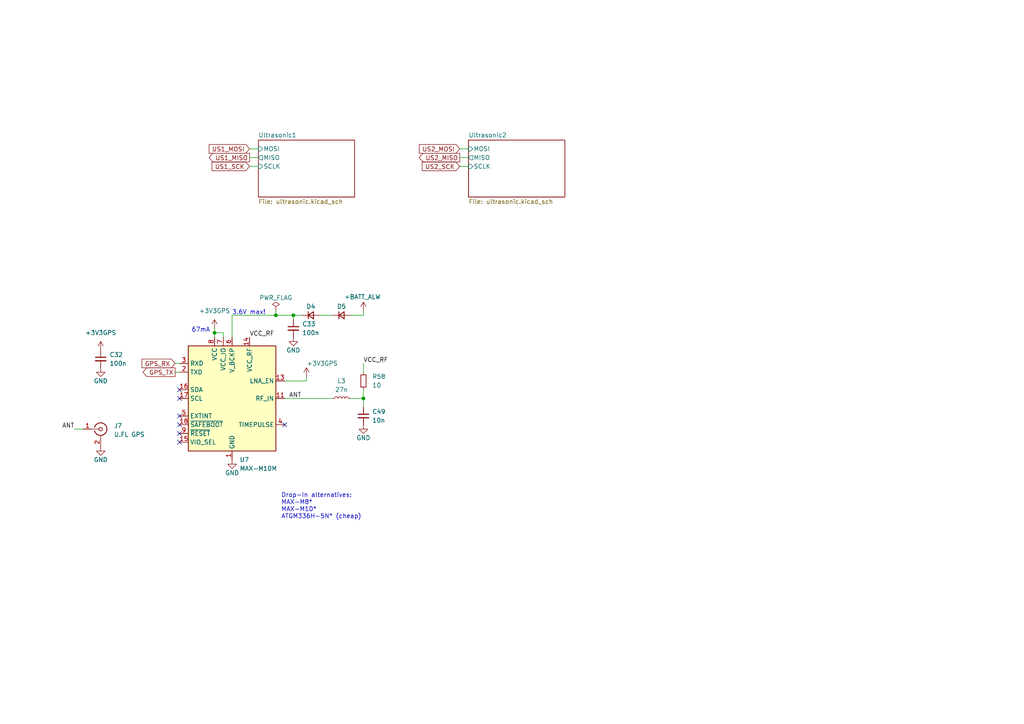
<source format=kicad_sch>
(kicad_sch (version 20250114) (generator "eeschema") (generator_version "9.0")
  (paper "A4")
  (lib_symbols
    (symbol "Connector:Conn_Coaxial" (pin_names (offset 1.016) (hide yes))
      (property "Reference" "J" (at 0.254 3.048 0))
      (property "Value" "Conn_Coaxial" (at 2.921 0 90))
      (symbol "Conn_Coaxial_0_1"
        (polyline (pts (xy -2.54 0) (xy -0.508 0)))
        (arc (start 1.778 0) (mid 0.222 -1.8079) (end -1.778 -0.508) (stroke (width 0.254)))
        (arc (start -1.778 0.508) (mid 0.2221 1.8084) (end 1.778 0) (stroke (width 0.254)))
        (circle (center 0 0) (radius 0.508) (stroke (width 0.2032)))
        (polyline (pts (xy 0 -2.54) (xy 0 -1.778)))
      )
      (symbol "Conn_Coaxial_1_1"
        (pin passive line (at -5.08 0 0) (length 2.54) (name "In") (number "1"))
        (pin passive line (at 0 -5.08 90) (length 2.54) (name "Ext") (number "2"))
      )
    )
    (symbol "Device:C_Small" (pin_numbers (hide yes)) (pin_names (offset 0.254) (hide yes))
      (property "Reference" "C" (at 0.254 1.778 0))
      (property "Value" "C_Small" (at 0.254 -2.032 0))
      (symbol "C_Small_0_1"
        (polyline (pts (xy -1.524 0.508) (xy 1.524 0.508)) (stroke (width 0.3048)))
        (polyline (pts (xy -1.524 -0.508) (xy 1.524 -0.508)) (stroke (width 0.3302)))
      )
      (symbol "C_Small_1_1"
        (pin passive line (at 0 2.54 270) (length 2.032) (name "~") (number "1"))
        (pin passive line (at 0 -2.54 90) (length 2.032) (name "~") (number "2"))
      )
    )
    (symbol "Device:D_Small" (pin_numbers (hide yes)) (pin_names (offset 0.254) (hide yes))
      (property "Reference" "D" (at -1.27 2.032 0))
      (property "Value" "D_Small" (at -3.81 -2.032 0))
      (symbol "D_Small_0_1"
        (polyline (pts (xy -0.762 0) (xy 0.762 0)))
        (polyline (pts (xy -0.762 -1.016) (xy -0.762 1.016)) (stroke (width 0.254)))
        (polyline (pts (xy 0.762 -1.016) (xy -0.762 0) (xy 0.762 1.016) (xy 0.762 -1.016)) (stroke (width 0.254)))
      )
      (symbol "D_Small_1_1"
        (pin passive line (at -2.54 0 0) (length 1.778) (name "K") (number "1"))
        (pin passive line (at 2.54 0 180) (length 1.778) (name "A") (number "2"))
      )
    )
    (symbol "Device:L_Small" (pin_numbers (hide yes)) (pin_names (offset 0.254) (hide yes))
      (property "Reference" "L" (at 0.762 1.016 0))
      (property "Value" "L_Small" (at 0.762 -1.016 0))
      (symbol "L_Small_0_1"
        (arc (start 0 2.032) (mid 0.5058 1.524) (end 0 1.016))
        (arc (start 0 1.016) (mid 0.5058 0.508) (end 0 0))
        (arc (start 0 0) (mid 0.5058 -0.508) (end 0 -1.016))
        (arc (start 0 -1.016) (mid 0.5058 -1.524) (end 0 -2.032))
      )
      (symbol "L_Small_1_1"
        (pin passive line (at 0 2.54 270) (length 0.508) (name "~") (number "1"))
        (pin passive line (at 0 -2.54 90) (length 0.508) (name "~") (number "2"))
      )
    )
    (symbol "Device:R_Small" (pin_numbers (hide yes)) (pin_names (offset 0.254) (hide yes))
      (property "Reference" "R" (at 0.762 0.508 0))
      (property "Value" "R_Small" (at 0.762 -1.016 0))
      (symbol "R_Small_0_1"
        (rectangle (start -0.762 1.778) (end 0.762 -1.778) (stroke (width 0.2032)))
      )
      (symbol "R_Small_1_1"
        (pin passive line (at 0 2.54 270) (length 0.762) (name "~") (number "1"))
        (pin passive line (at 0 -2.54 90) (length 0.762) (name "~") (number "2"))
      )
    )
    (symbol "OBSPro:+3V3GPS" (power) (pin_names (offset 0))
      (property "Value" "+3V3GPS" (at 0 3.556 0))
      (symbol "+3V3GPS_0_1"
        (polyline (pts (xy -0.762 1.27) (xy 0 2.54)))
        (polyline (pts (xy 0 2.54) (xy 0.762 1.27)))
        (polyline (pts (xy 0 0) (xy 0 2.54)))
      )
      (symbol "+3V3GPS_1_1"
        (pin power_in line (at 0 0 90) (length 0) (hide yes) (name "+3V3GPS") (number "1"))
      )
    )
    (symbol "OBSPro:MAX-M10M"
      (property "Reference" "U" (at -10.16 16.51 0))
      (property "Value" "MAX-M10M" (at 11.43 16.51 0))
      (symbol "MAX-M10M_0_1"
        (rectangle (start 12.7 15.24) (end -12.7 -15.24) (stroke (width 0.254)) (fill (type background)))
      )
      (symbol "MAX-M10M_1_1"
        (pin input line (at -15.24 10.16 0) (length 2.54) (name "RXD") (number "3"))
        (pin output line (at -15.24 7.62 0) (length 2.54) (name "TXD") (number "2"))
        (pin bidirectional line (at -15.24 2.54 0) (length 2.54) (name "SDA") (number "16"))
        (pin input line (at -15.24 0 0) (length 2.54) (name "SCL") (number "17"))
        (pin input line (at -15.24 -5.08 0) (length 2.54) (name "EXTINT") (number "5"))
        (pin input line (at -15.24 -7.62 0) (length 2.54) (name "~{SAFEBOOT}") (number "18"))
        (pin input line (at -15.24 -10.16 0) (length 2.54) (name "~{RESET}") (number "9"))
        (pin input line (at -15.24 -12.7 0) (length 2.54) (name "VIO_SEL") (number "15"))
        (pin power_in line (at -5.08 17.78 270) (length 2.54) (name "VCC") (number "8"))
        (pin power_in line (at -2.54 17.78 270) (length 2.54) (name "VCC_IO") (number "7"))
        (pin power_in line (at 0 17.78 270) (length 2.54) (name "V_BCKP") (number "6"))
        (pin power_in line (at 0 -17.78 90) (length 2.54) (name "GND") (number "1"))
        (pin passive line (at 0 -17.78 90) (length 2.54) (hide yes) (name "GND") (number "10"))
        (pin passive line (at 0 -17.78 90) (length 2.54) (hide yes) (name "GND") (number "12"))
        (pin power_out line (at 5.08 17.78 270) (length 2.54) (name "VCC_RF") (number "14"))
        (pin output line (at 15.24 5.08 180) (length 2.54) (name "LNA_EN") (number "13"))
        (pin input line (at 15.24 0 180) (length 2.54) (name "RF_IN") (number "11"))
        (pin output line (at 15.24 -7.62 180) (length 2.54) (name "TIMEPULSE") (number "4"))
      )
    )
    (symbol "power:+BATT" (power) (pin_names (offset 0))
      (property "Value" "+BATT" (at 0 3.556 0))
      (symbol "+BATT_0_1"
        (polyline (pts (xy -0.762 1.27) (xy 0 2.54)))
        (polyline (pts (xy 0 2.54) (xy 0.762 1.27)))
        (polyline (pts (xy 0 0) (xy 0 2.54)))
      )
      (symbol "+BATT_1_1"
        (pin power_in line (at 0 0 90) (length 0) (hide yes) (name "+BATT") (number "1"))
      )
    )
    (symbol "power:GND" (power) (pin_names (offset 0))
      (property "Value" "GND" (at 0 -3.81 0))
      (symbol "GND_0_1"
        (polyline (pts (xy 0 0) (xy 0 -1.27) (xy 1.27 -1.27) (xy 0 -2.54) (xy -1.27 -1.27) (xy 0 -1.27)))
      )
      (symbol "GND_1_1"
        (pin power_in line (at 0 0 270) (length 0) (hide yes) (name "GND") (number "1"))
      )
    )
    (symbol "power:PWR_FLAG" (power) (pin_numbers (hide yes)) (pin_names (offset 0) (hide yes))
      (property "Value" "PWR_FLAG" (at 0 3.81 0))
      (symbol "PWR_FLAG_0_0"
        (pin power_out line (at 0 0 90) (length 0) (name "pwr") (number "1"))
      )
      (symbol "PWR_FLAG_0_1"
        (polyline (pts (xy 0 0) (xy 0 1.27) (xy -1.016 1.905) (xy 0 2.54) (xy 1.016 1.905) (xy 0 1.27)))
      )
    )
  )
  (text "3.6V max!" (at 67.31 91.44 0) (effects (font (size 1.27 1.27)) (justify left bottom)))
  (text "Drop-In alternatives:\nMAX-M8*\nMAX-M10*\nATGM336H-5N* (cheap)" (at 81.534 150.622 0) (effects (font (size 1.27 1.27)) (justify left bottom)))
  (text "67mA" (at 60.96 96.52 0) (effects (font (size 1.27 1.27)) (justify right bottom)))
  (junction (at 80.01 91.44))
  (junction (at 85.09 91.44))
  (junction (at 105.41 115.57))
  (junction (at 62.23 96.52))
  (no_connect (at 82.55 123.19))
  (no_connect (at 52.07 120.65))
  (no_connect (at 52.07 125.73))
  (no_connect (at 52.07 123.19))
  (no_connect (at 52.07 128.27))
  (no_connect (at 52.07 113.03))
  (no_connect (at 52.07 115.57))
  (wire (pts (xy 67.31 91.44) (xy 67.31 97.79)))
  (wire (pts (xy 64.77 96.52) (xy 64.77 97.79)))
  (wire (pts (xy 82.55 110.49) (xy 88.9 110.49)))
  (wire (pts (xy 133.35 43.18) (xy 135.89 43.18)))
  (wire (pts (xy 21.59 124.46) (xy 24.13 124.46)))
  (wire (pts (xy 133.35 48.26) (xy 135.89 48.26)))
  (wire (pts (xy 50.8 105.41) (xy 52.07 105.41)))
  (wire (pts (xy 72.39 43.18) (xy 74.93 43.18)))
  (wire (pts (xy 105.41 113.03) (xy 105.41 115.57)))
  (wire (pts (xy 80.01 91.44) (xy 85.09 91.44)))
  (wire (pts (xy 105.41 115.57) (xy 105.41 118.11)))
  (wire (pts (xy 72.39 48.26) (xy 74.93 48.26)))
  (wire (pts (xy 87.63 91.44) (xy 85.09 91.44)))
  (wire (pts (xy 67.31 91.44) (xy 80.01 91.44)))
  (wire (pts (xy 62.23 96.52) (xy 62.23 97.79)))
  (wire (pts (xy 62.23 95.25) (xy 62.23 96.52)))
  (wire (pts (xy 92.71 91.44) (xy 96.52 91.44)))
  (wire (pts (xy 85.09 91.44) (xy 85.09 92.71)))
  (wire (pts (xy 50.8 107.95) (xy 52.07 107.95)))
  (wire (pts (xy 101.6 115.57) (xy 105.41 115.57)))
  (wire (pts (xy 62.23 96.52) (xy 64.77 96.52)))
  (wire (pts (xy 72.39 45.72) (xy 74.93 45.72)))
  (wire (pts (xy 133.35 45.72) (xy 135.89 45.72)))
  (wire (pts (xy 80.01 90.17) (xy 80.01 91.44)))
  (wire (pts (xy 82.55 115.57) (xy 96.52 115.57)))
  (wire (pts (xy 88.9 110.49) (xy 88.9 109.22)))
  (wire (pts (xy 101.6 91.44) (xy 105.41 91.44)))
  (wire (pts (xy 105.41 105.41) (xy 105.41 107.95)))
  (wire (pts (xy 105.41 91.44) (xy 105.41 90.17)))
  (label "ANT" (at 83.82 115.57 0))
  (label "VCC_RF" (at 105.41 105.41 0))
  (label "ANT" (at 21.59 124.46 180))
  (label "VCC_RF" (at 72.39 97.79 0))
  (global_label "US2_MISO" (shape output) (at 133.35 45.72 180) (property "Intersheetrefs" "${INTERSHEET_REFS}" (effects (hide yes))))
  (global_label "US2_SCK" (shape input) (at 133.35 48.26 180) (property "Intersheetrefs" "${INTERSHEET_REFS}" (effects (hide yes))))
  (global_label "US2_MOSI" (shape input) (at 133.35 43.18 180) (property "Intersheetrefs" "${INTERSHEET_REFS}" (effects (hide yes))))
  (global_label "US1_MOSI" (shape input) (at 72.39 43.18 180) (property "Intersheetrefs" "${INTERSHEET_REFS}" (effects (hide yes))))
  (global_label "GPS_TX" (shape output) (at 50.8 107.95 180) (property "Intersheetrefs" "${INTERSHEET_REFS}" (effects (hide yes))) (property "Referenzen zwischen Schaltplänen" "${INTERSHEET_REFS}" (effects (hide yes))))
  (global_label "GPS_RX" (shape input) (at 50.8 105.41 180) (property "Intersheetrefs" "${INTERSHEET_REFS}" (effects (hide yes))) (property "Referenzen zwischen Schaltplänen" "${INTERSHEET_REFS}" (effects (hide yes))))
  (global_label "US1_SCK" (shape input) (at 72.39 48.26 180) (property "Intersheetrefs" "${INTERSHEET_REFS}" (effects (hide yes))))
  (global_label "US1_MISO" (shape output) (at 72.39 45.72 180) (property "Intersheetrefs" "${INTERSHEET_REFS}" (effects (hide yes))))
  (symbol (lib_id "power:GND") (at 85.09 97.79 0) (unit 1)
    (property "Reference" "#PWR092" (effects (hide yes)))
    (property "Value" "GND" (at 85.09 101.6 0))
  )
  (symbol (lib_id "Device:D_Small") (at 90.17 91.44 0) (unit 1)
    (property "Reference" "D4" (at 90.17 88.9 0))
    (property "Value" "D_Small" (effects (hide yes)))
    (property "Footprint" "Diode_SMD:D_SOD-123F" (effects (hide yes)))
    (property "PCBA" "yes" (effects (hide yes)))
    (property "JLC_BasicPart" "yes" (effects (hide yes)))
    (property "JLC_PN" "C64898" (effects (hide yes)))
    (property "MPN" "SM4007PL" (effects (hide yes)))
    (property "Manufacturer" "MDD（Microdiode Electronics）" (effects (hide yes)))
    (property "kicost:JLC:pricing" "1: USD 0.0137; 50: USD 0.0111; 150: USD 0.0097; 500: USD 0.0088; 2500: USD 0.0081; 5000: USD 0.0077" (effects (hide yes)))
    (property "JLC_Price10" "0.0064" (effects (hide yes)))
    (property "Sim.Device" "D" (effects (hide yes)))
    (property "Sim.Pins" "1=K 2=A" (effects (hide yes)))
  )
  (symbol (lib_id "power:GND") (at 29.21 106.68 0) (unit 1)
    (property "Reference" "#PWR091" (effects (hide yes)))
    (property "Value" "GND" (at 29.21 110.49 0))
  )
  (symbol (lib_id "Device:C_Small") (at 105.41 120.65 0) (unit 1)
    (property "Reference" "C49" (at 107.95 119.3862 0) (effects (justify left)))
    (property "Value" "10n" (at 107.95 121.9262 0) (effects (justify left)))
    (property "Footprint" "Capacitor_SMD:C_0603_1608Metric" (effects (hide yes)))
    (property "JLC_PN" "C100042" (effects (hide yes)))
    (property "MPN" "CC0603KRX7R9BB103" (effects (hide yes)))
    (property "Manufacturer" "YAGEO" (effects (hide yes)))
  )
  (symbol (lib_id "OBSPro:+3V3GPS") (at 29.21 101.6 0) (unit 1)
    (property "Reference" "#PWR088" (effects (hide yes)))
    (property "Value" "+3V3GPS" (at 29.21 96.52 0))
  )
  (symbol (lib_id "OBSPro:MAX-M10M") (at 67.31 115.57 0) (unit 1)
    (property "Reference" "U7" (at 69.5041 133.35 0) (effects (justify left)))
    (property "Value" "MAX-M10M" (at 69.5041 135.89 0) (effects (justify left)))
    (property "Footprint" "OBSPro:ublox_MAX" (effects (hide yes)))
    (property "Datasheet" "https://www.u-blox.com/sites/default/files/MAX-M8-FW3_DataSheet_%28UBX-15031506%29.pdf" (effects (hide yes)))
    (property "MPN" "MAX-M10M-00B" (effects (hide yes)))
    (property "Manufacturer" "U-Blox" (effects (hide yes)))
    (property "JLC_Price1" "21.0" (effects (hide yes)))
    (property "JLC_Price10" "15.07" (effects (hide yes)))
    (property "JLC_Price100" "10.32" (effects (hide yes)))
    (property "JLC_Price1000" "10.32" (effects (hide yes)))
    (property "JLC_BasicPart" "no" (effects (hide yes)))
    (property "PCBA" "no" (effects (hide yes)))
    (property "kicost:JLC:pricing" "1: USD 21; 10: USD 15.73; 100: USD 10.32; 1000: USD 10.32" (effects (hide yes)))
    (property "JLC_PN" "C6293820" (effects (hide yes)))
  )
  (symbol (lib_id "Device:C_Small") (at 29.21 104.14 0) (unit 1)
    (property "Reference" "C32" (at 31.75 102.8762 0) (effects (justify left)))
    (property "Value" "100n" (at 31.75 105.4162 0) (effects (justify left)))
    (property "Footprint" "Capacitor_SMD:C_0603_1608Metric" (effects (hide yes)))
    (property "JLC_PN" "C14663" (effects (hide yes)))
    (property "JLC_Price1" "0.042" (effects (hide yes)))
    (property "JLC_Price10" "0.0021" (effects (hide yes)))
    (property "JLC_Price100" "0.0021" (effects (hide yes)))
    (property "JLC_Price1000" "0.0014" (effects (hide yes)))
    (property "MPN" "CC0603KRX7R9BB104" (effects (hide yes)))
    (property "Manufacturer" "YAGEO" (effects (hide yes)))
    (property "JLC_BasicPart" "yes" (effects (hide yes)))
    (property "PCBA" "yes" (effects (hide yes)))
    (property "kicost:JLC:pricing" "1: USD 0.0020; 200: USD 0.0016; 800: USD 0.0013; 1600: USD 0.0012; 9600: USD 0.0011" (effects (hide yes)))
  )
  (symbol (lib_id "Device:L_Small") (at 99.06 115.57 90) (unit 1)
    (property "Reference" "L3" (at 99.06 110.49 90))
    (property "Value" "27n" (at 99.06 113.03 90))
    (property "Footprint" "Inductor_SMD:L_0603_1608Metric" (effects (hide yes)))
    (property "JLC_PN" "C90208" (effects (hide yes)))
    (property "MPN" "VHF160808H27NJT" (effects (hide yes)))
    (property "Manufacturer" "FH (Guangdong Fenghua Advanced Tech)" (effects (hide yes)))
  )
  (symbol (lib_id "Connector:Conn_Coaxial") (at 29.21 124.46 0) (unit 1)
    (property "Reference" "J7" (at 33.02 123.4831 0) (effects (justify left)))
    (property "Value" "U.FL GPS" (at 33.02 126.0231 0) (effects (justify left)))
    (property "Footprint" "Connector_Coaxial:U.FL_Hirose_U.FL-R-SMT-1_Vertical" (effects (hide yes)))
    (property "Description" "1 Inner pin IPEX Board-End 1.25mm 6GHz 50Ω 2mm SMD Coaxial Connectors (RF) ROHS" (effects (hide yes)))
    (property "MPN" "BWU.FL-IPEX1" (effects (hide yes)))
    (property "Manufacturer" "BAT WIRELESS" (effects (hide yes)))
    (property "JLC_PN" "C5137195" (effects (hide yes)))
  )
  (symbol (lib_id "OBSPro:+3V3GPS") (at 88.9 109.22 0) (unit 1)
    (property "Reference" "#PWR0102" (effects (hide yes)))
    (property "Value" "+3V3GPS" (at 93.472 105.41 0))
  )
  (symbol (lib_id "power:GND") (at 67.31 133.35 0) (unit 1)
    (property "Reference" "#PWR093" (effects (hide yes)))
    (property "Value" "GND" (at 67.31 137.16 0))
  )
  (symbol (lib_id "Device:C_Small") (at 85.09 95.25 0) (unit 1)
    (property "Reference" "C33" (at 87.63 93.9862 0) (effects (justify left)))
    (property "Value" "100n" (at 87.63 96.5262 0) (effects (justify left)))
    (property "Footprint" "Capacitor_SMD:C_0603_1608Metric" (effects (hide yes)))
    (property "JLC_PN" "C14663" (effects (hide yes)))
    (property "JLC_Price1" "0.042" (effects (hide yes)))
    (property "JLC_Price10" "0.0021" (effects (hide yes)))
    (property "JLC_Price100" "0.0021" (effects (hide yes)))
    (property "JLC_Price1000" "0.0014" (effects (hide yes)))
    (property "MPN" "CC0603KRX7R9BB104" (effects (hide yes)))
    (property "Manufacturer" "YAGEO" (effects (hide yes)))
    (property "JLC_BasicPart" "yes" (effects (hide yes)))
    (property "PCBA" "yes" (effects (hide yes)))
    (property "kicost:JLC:pricing" "1: USD 0.0020; 200: USD 0.0016; 800: USD 0.0013; 1600: USD 0.0012; 9600: USD 0.0011" (effects (hide yes)))
  )
  (symbol (lib_id "power:GND") (at 105.41 123.19 0) (unit 1)
    (property "Reference" "#PWR043" (effects (hide yes)))
    (property "Value" "GND" (at 105.41 127 0))
  )
  (symbol (lib_id "Device:D_Small") (at 99.06 91.44 0) (unit 1)
    (property "Reference" "D5" (at 99.06 88.9 0))
    (property "Value" "D_Small" (effects (hide yes)))
    (property "Footprint" "Diode_SMD:D_SOD-123F" (effects (hide yes)))
    (property "PCBA" "yes" (effects (hide yes)))
    (property "JLC_BasicPart" "yes" (effects (hide yes)))
    (property "JLC_PN" "C64898" (effects (hide yes)))
    (property "MPN" "SM4007PL" (effects (hide yes)))
    (property "Manufacturer" "MDD（Microdiode Electronics）" (effects (hide yes)))
    (property "kicost:JLC:pricing" "1: USD 0.0137; 50: USD 0.0111; 150: USD 0.0097; 500: USD 0.0088; 2500: USD 0.0081; 5000: USD 0.0077" (effects (hide yes)))
    (property "JLC_Price10" "0.0064" (effects (hide yes)))
    (property "Sim.Device" "D" (effects (hide yes)))
    (property "Sim.Pins" "1=K 2=A" (effects (hide yes)))
  )
  (symbol (lib_id "power:GND") (at 29.21 129.54 0) (unit 1)
    (property "Reference" "#PWR042" (effects (hide yes)))
    (property "Value" "GND" (at 29.21 133.35 0))
  )
  (symbol (lib_id "power:+BATT") (at 105.41 90.17 0) (unit 1)
    (property "Reference" "#PWR090" (effects (hide yes)))
    (property "Value" "+BATT_ALW" (at 99.822 86.106 0) (effects (justify left)))
  )
  (symbol (lib_id "Device:R_Small") (at 105.41 110.49 0) (unit 1)
    (property "Reference" "R58" (at 107.95 109.22 0) (effects (justify left)))
    (property "Value" "10" (at 107.95 111.76 0) (effects (justify left)))
    (property "Footprint" "Resistor_SMD:R_0603_1608Metric" (effects (hide yes)))
    (property "MPN" "0603WAF100JT5E" (effects (hide yes)))
    (property "JLC_PN" "C22859" (effects (hide yes)))
    (property "Manufacturer" "UNI-ROYAL(Uniroyal Elec)" (effects (hide yes)))
    (property "JLC_BasicPart" "no" (effects (hide yes)))
  )
  (symbol (lib_id "OBSPro:+3V3GPS") (at 62.23 95.25 0) (unit 1)
    (property "Reference" "#PWR089" (effects (hide yes)))
    (property "Value" "+3V3GPS" (at 62.23 90.17 0))
  )
  (symbol (lib_id "power:PWR_FLAG") (at 80.01 90.17 0) (unit 1)
    (property "Reference" "#FLG07" (effects (hide yes)))
    (property "Value" "PWR_FLAG" (at 80.01 86.36 0))
  )
  (sheet (at 74.93 40.64) (size 27.94 16.51) (stroke (width 0.1524))
    (property "Sheetname" "Ultrasonic1" (at 74.93 39.9284 0) (effects (justify left bottom)))
    (property "Sheetfile" "ultrasonic.kicad_sch" (at 74.93 57.7346 0) (effects (justify left top)))
    (pin "MOSI" input (at 74.93 43.18 180))
    (pin "MISO" output (at 74.93 45.72 180))
    (pin "SCLK" input (at 74.93 48.26 180))
  )
  (sheet (at 135.89 40.64) (size 27.94 16.51) (stroke (width 0.1524))
    (property "Sheetname" "Ultrasonic2" (at 135.89 39.9284 0) (effects (justify left bottom)))
    (property "Sheetfile" "ultrasonic.kicad_sch" (at 135.89 57.7346 0) (effects (justify left top)))
    (pin "MOSI" input (at 135.89 43.18 180))
    (pin "MISO" output (at 135.89 45.72 180))
    (pin "SCLK" input (at 135.89 48.26 180))
  )
)
</source>
